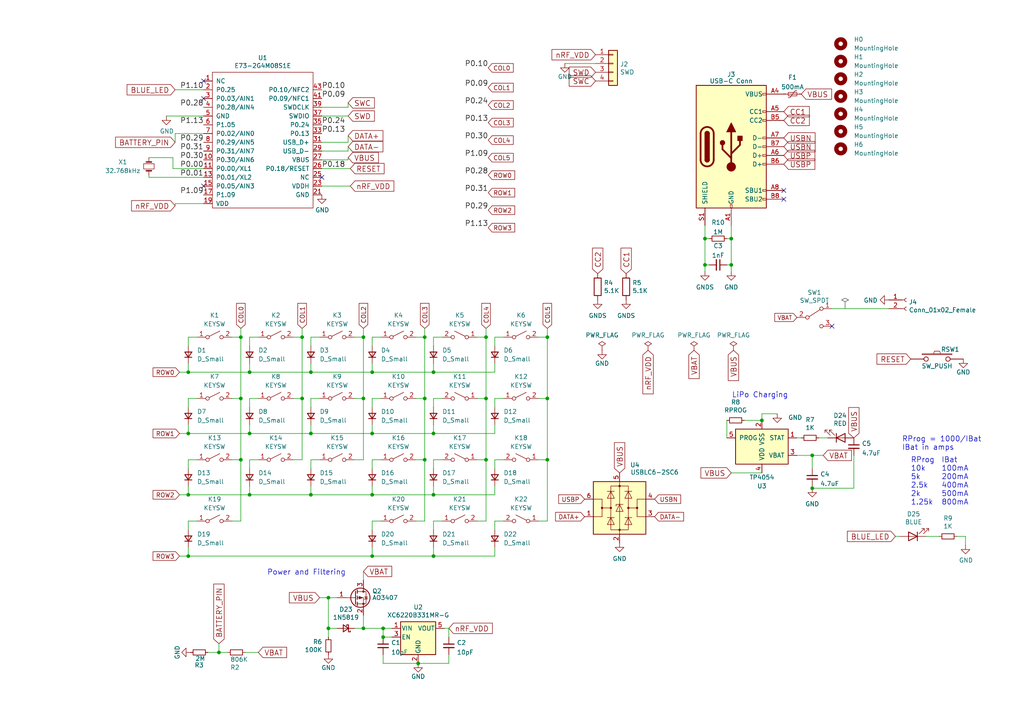
<source format=kicad_sch>
(kicad_sch (version 20230121) (generator eeschema)
  (paper "A4")
  (title_block (title "Skean") (date "2023-03-05") (rev "0.3"))
  (junction (at 235.585 141.605))
  (junction (at 95.25 173.355))
  (junction (at 107.95 107.95) (diameter 0.9144))
  (junction (at 235.585 132.08))
  (junction (at 69.85 97.79) (diameter 0.9144))
  (junction (at 111.125 184.785))
  (junction (at 105.41 182.245))
  (junction (at 54.61 107.95) (diameter 0.9144))
  (junction (at 121.285 192.405))
  (junction (at 72.39 125.73) (diameter 0.9144))
  (junction (at 125.73 143.51) (diameter 0.9144))
  (junction (at 54.61 125.73) (diameter 0.9144))
  (junction (at 204.47 69.215))
  (junction (at 212.09 69.215))
  (junction (at 105.41 115.57) (diameter 0.9144))
  (junction (at 69.85 133.35) (diameter 0.9144))
  (junction (at 123.19 97.79) (diameter 0.9144))
  (junction (at 69.85 115.57) (diameter 0.9144))
  (junction (at 72.39 143.51) (diameter 0.9144))
  (junction (at 125.73 107.95) (diameter 0.9144))
  (junction (at 87.63 115.57) (diameter 0.9144))
  (junction (at 107.95 143.51) (diameter 0.9144))
  (junction (at 212.09 76.835))
  (junction (at 158.75 97.79) (diameter 0.9144))
  (junction (at 140.97 115.57) (diameter 0.9144))
  (junction (at 54.61 143.51) (diameter 0.9144))
  (junction (at 125.73 125.73) (diameter 0.9144))
  (junction (at 158.75 115.57) (diameter 0.9144))
  (junction (at 87.63 97.79) (diameter 0.9144))
  (junction (at 123.19 115.57) (diameter 0.9144))
  (junction (at 90.17 143.51) (diameter 0.9144))
  (junction (at 105.41 97.79) (diameter 0.9144))
  (junction (at 204.47 76.835))
  (junction (at 95.25 182.245))
  (junction (at 90.17 107.95) (diameter 0.9144))
  (junction (at 123.19 133.35) (diameter 0.9144))
  (junction (at 140.97 97.79) (diameter 0.9144))
  (junction (at 111.125 182.245))
  (junction (at 107.95 125.73) (diameter 0.9144))
  (junction (at 140.97 133.35) (diameter 0.9144))
  (junction (at 220.98 121.92))
  (junction (at 72.39 107.95) (diameter 0.9144))
  (junction (at 107.95 161.29) (diameter 0.9144))
  (junction (at 54.61 161.29) (diameter 0.9144))
  (junction (at 63.5 189.23))
  (junction (at 90.17 125.73) (diameter 0.9144))
  (junction (at 158.75 133.35) (diameter 0.9144))
  (junction (at 125.73 161.29) (diameter 0.9144))
  (no_connect (at 227.33 55.245))
  (no_connect (at 59.055 53.975))
  (no_connect (at 59.055 28.575))
  (no_connect (at 227.33 57.785))
  (no_connect (at 241.3 94.615))
  (no_connect (at 59.055 23.495))
  (no_connect (at 93.345 51.435))
  (wire (pts (xy 143.51 133.35) (xy 143.51 135.89)))
  (wire (pts (xy 72.39 143.51) (xy 90.17 143.51)))
  (wire (pts (xy 158.75 115.57) (xy 158.75 133.35)))
  (wire (pts (xy 277.495 155.575) (xy 280.035 155.575)))
  (wire (pts (xy 210.82 69.215) (xy 212.09 69.215)))
  (wire (pts (xy 100.965 39.37) (xy 100.965 41.275)))
  (wire (pts (xy 125.73 133.35) (xy 125.73 135.89)))
  (wire (pts (xy 143.51 123.19) (xy 143.51 125.73)))
  (wire (pts (xy 74.93 97.79) (xy 72.39 97.79)))
  (wire (pts (xy 54.61 107.95) (xy 72.39 107.95)))
  (wire (pts (xy 102.87 115.57) (xy 105.41 115.57)))
  (wire (pts (xy 128.27 133.35) (xy 125.73 133.35)))
  (wire (pts (xy 63.5 186.69) (xy 63.5 189.23)))
  (wire (pts (xy 143.51 105.41) (xy 143.51 107.95)))
  (wire (pts (xy 72.39 105.41) (xy 72.39 107.95)))
  (wire (pts (xy 220.98 120.015) (xy 220.98 121.92)))
  (wire (pts (xy 225.425 120.015) (xy 220.98 120.015)))
  (wire (pts (xy 143.51 143.51) (xy 143.51 140.97)))
  (wire (pts (xy 87.63 97.79) (xy 87.63 115.57)))
  (wire (pts (xy 110.49 151.13) (xy 107.95 151.13)))
  (wire (pts (xy 158.75 133.35) (xy 158.75 151.13)))
  (wire (pts (xy 54.61 143.51) (xy 72.39 143.51)))
  (wire (pts (xy 210.82 76.835) (xy 212.09 76.835)))
  (wire (pts (xy 125.73 123.19) (xy 125.73 125.73)))
  (wire (pts (xy 232.41 127) (xy 231.14 127)))
  (wire (pts (xy 54.61 123.19) (xy 54.61 125.73)))
  (wire (pts (xy 54.61 125.73) (xy 72.39 125.73)))
  (wire (pts (xy 125.73 140.97) (xy 125.73 143.51)))
  (wire (pts (xy 125.73 105.41) (xy 125.73 107.95)))
  (wire (pts (xy 241.3 89.535) (xy 257.81 89.535)))
  (wire (pts (xy 87.63 95.25) (xy 87.63 97.79)))
  (wire (pts (xy 95.25 184.785) (xy 95.25 182.245)))
  (wire (pts (xy 52.07 107.95) (xy 54.61 107.95)))
  (wire (pts (xy 172.72 18.415) (xy 163.83 18.415)))
  (wire (pts (xy 105.41 182.245) (xy 111.125 182.245)))
  (wire (pts (xy 123.19 95.25) (xy 123.19 97.79)))
  (wire (pts (xy 143.51 115.57) (xy 143.51 118.11)))
  (wire (pts (xy 102.87 133.35) (xy 105.41 133.35)))
  (wire (pts (xy 158.75 97.79) (xy 158.75 115.57)))
  (wire (pts (xy 140.97 97.79) (xy 140.97 115.57)))
  (wire (pts (xy 120.65 115.57) (xy 123.19 115.57)))
  (wire (pts (xy 90.17 105.41) (xy 90.17 107.95)))
  (wire (pts (xy 128.27 115.57) (xy 125.73 115.57)))
  (wire (pts (xy 105.41 178.435) (xy 105.41 182.245)))
  (wire (pts (xy 138.43 97.79) (xy 140.97 97.79)))
  (wire (pts (xy 107.95 105.41) (xy 107.95 107.95)))
  (wire (pts (xy 158.75 95.25) (xy 158.75 97.79)))
  (wire (pts (xy 100.965 46.355) (xy 93.345 46.355)))
  (wire (pts (xy 107.95 123.19) (xy 107.95 125.73)))
  (wire (pts (xy 235.585 140.97) (xy 235.585 141.605)))
  (wire (pts (xy 123.19 133.35) (xy 123.19 151.13)))
  (wire (pts (xy 110.49 133.35) (xy 107.95 133.35)))
  (wire (pts (xy 140.97 133.35) (xy 140.97 151.13)))
  (wire (pts (xy 72.39 115.57) (xy 72.39 118.11)))
  (wire (pts (xy 156.21 151.13) (xy 158.75 151.13)))
  (wire (pts (xy 85.09 133.35) (xy 87.63 133.35)))
  (wire (pts (xy 128.905 182.245) (xy 130.175 182.245)))
  (wire (pts (xy 120.65 133.35) (xy 123.19 133.35)))
  (wire (pts (xy 107.95 158.75) (xy 107.95 161.29)))
  (wire (pts (xy 72.39 123.19) (xy 72.39 125.73)))
  (wire (pts (xy 50.8 59.055) (xy 59.055 59.055)))
  (wire (pts (xy 54.61 115.57) (xy 54.61 118.11)))
  (wire (pts (xy 67.31 151.13) (xy 69.85 151.13)))
  (wire (pts (xy 50.8 59.055) (xy 50.8 59.69)))
  (wire (pts (xy 92.71 133.35) (xy 90.17 133.35)))
  (wire (pts (xy 111.125 189.865) (xy 111.125 192.405)))
  (wire (pts (xy 130.175 189.865) (xy 130.175 192.405)))
  (wire (pts (xy 107.95 161.29) (xy 125.73 161.29)))
  (wire (pts (xy 204.47 65.405) (xy 204.47 69.215)))
  (wire (pts (xy 63.5 189.23) (xy 60.325 189.23)))
  (wire (pts (xy 93.345 48.895) (xy 101.6 48.895)))
  (wire (pts (xy 43.18 51.435) (xy 59.055 51.435)))
  (wire (pts (xy 215.9 121.92) (xy 220.98 121.92)))
  (wire (pts (xy 54.61 151.13) (xy 54.61 153.67)))
  (wire (pts (xy 111.125 192.405) (xy 121.285 192.405)))
  (wire (pts (xy 54.61 105.41) (xy 54.61 107.95)))
  (wire (pts (xy 143.51 158.75) (xy 143.51 161.29)))
  (wire (pts (xy 102.87 97.79) (xy 105.41 97.79)))
  (wire (pts (xy 212.09 65.405) (xy 212.09 69.215)))
  (wire (pts (xy 212.09 69.215) (xy 212.09 76.835)))
  (wire (pts (xy 212.09 76.835) (xy 212.09 78.74)))
  (wire (pts (xy 120.65 151.13) (xy 123.19 151.13)))
  (wire (pts (xy 54.61 140.97) (xy 54.61 143.51)))
  (wire (pts (xy 120.65 97.79) (xy 123.19 97.79)))
  (wire (pts (xy 69.85 97.79) (xy 69.85 115.57)))
  (wire (pts (xy 111.125 182.245) (xy 113.665 182.245)))
  (wire (pts (xy 107.95 125.73) (xy 125.73 125.73)))
  (wire (pts (xy 57.15 151.13) (xy 54.61 151.13)))
  (wire (pts (xy 146.05 115.57) (xy 143.51 115.57)))
  (wire (pts (xy 107.95 107.95) (xy 125.73 107.95)))
  (wire (pts (xy 67.31 133.35) (xy 69.85 133.35)))
  (wire (pts (xy 52.07 125.73) (xy 54.61 125.73)))
  (wire (pts (xy 107.95 115.57) (xy 107.95 118.11)))
  (wire (pts (xy 50.165 48.895) (xy 59.055 48.895)))
  (wire (pts (xy 110.49 115.57) (xy 107.95 115.57)))
  (wire (pts (xy 138.43 133.35) (xy 140.97 133.35)))
  (wire (pts (xy 74.93 189.23) (xy 71.12 189.23)))
  (wire (pts (xy 67.31 97.79) (xy 69.85 97.79)))
  (wire (pts (xy 125.73 125.73) (xy 143.51 125.73)))
  (wire (pts (xy 138.43 151.13) (xy 140.97 151.13)))
  (wire (pts (xy 100.965 29.845) (xy 100.965 31.115)))
  (wire (pts (xy 130.175 192.405) (xy 121.285 192.405)))
  (wire (pts (xy 105.41 95.25) (xy 105.41 97.79)))
  (wire (pts (xy 204.47 69.215) (xy 204.47 76.835)))
  (wire (pts (xy 204.47 76.835) (xy 204.47 78.74)))
  (wire (pts (xy 204.47 76.835) (xy 205.74 76.835)))
  (wire (pts (xy 125.73 115.57) (xy 125.73 118.11)))
  (wire (pts (xy 93.345 53.975) (xy 101.6 53.975)))
  (wire (pts (xy 43.18 51.435) (xy 43.18 50.8)))
  (wire (pts (xy 85.09 115.57) (xy 87.63 115.57)))
  (wire (pts (xy 90.17 133.35) (xy 90.17 135.89)))
  (wire (pts (xy 156.21 97.79) (xy 158.75 97.79)))
  (wire (pts (xy 146.05 151.13) (xy 143.51 151.13)))
  (wire (pts (xy 125.73 158.75) (xy 125.73 161.29)))
  (wire (pts (xy 52.07 161.29) (xy 54.61 161.29)))
  (wire (pts (xy 54.61 161.29) (xy 107.95 161.29)))
  (wire (pts (xy 125.73 161.29) (xy 143.51 161.29)))
  (wire (pts (xy 247.65 132.08) (xy 247.65 141.605)))
  (wire (pts (xy 247.65 141.605) (xy 235.585 141.605)))
  (wire (pts (xy 90.17 140.97) (xy 90.17 143.51)))
  (wire (pts (xy 72.39 97.79) (xy 72.39 100.33)))
  (wire (pts (xy 110.49 97.79) (xy 107.95 97.79)))
  (wire (pts (xy 100.965 45.72) (xy 100.965 46.355)))
  (wire (pts (xy 57.15 133.35) (xy 54.61 133.35)))
  (wire (pts (xy 90.17 115.57) (xy 90.17 118.11)))
  (wire (pts (xy 125.73 143.51) (xy 143.51 143.51)))
  (wire (pts (xy 90.17 107.95) (xy 107.95 107.95)))
  (wire (pts (xy 240.03 127) (xy 237.49 127)))
  (wire (pts (xy 143.51 97.79) (xy 143.51 100.33)))
  (wire (pts (xy 72.39 107.95) (xy 90.17 107.95)))
  (wire (pts (xy 50.165 45.72) (xy 43.18 45.72)))
  (wire (pts (xy 50.165 48.895) (xy 50.165 45.72)))
  (wire (pts (xy 156.21 133.35) (xy 158.75 133.35)))
  (wire (pts (xy 72.39 133.35) (xy 72.39 135.89)))
  (wire (pts (xy 140.97 115.57) (xy 140.97 133.35)))
  (wire (pts (xy 280.035 158.115) (xy 280.035 155.575)))
  (wire (pts (xy 67.31 115.57) (xy 69.85 115.57)))
  (wire (pts (xy 95.25 173.355) (xy 97.79 173.355)))
  (wire (pts (xy 231.14 132.08) (xy 235.585 132.08)))
  (wire (pts (xy 235.585 132.08) (xy 238.76 132.08)))
  (wire (pts (xy 50.8 38.735) (xy 50.8 41.275)))
  (wire (pts (xy 235.585 132.08) (xy 235.585 135.89)))
  (wire (pts (xy 85.09 97.79) (xy 87.63 97.79)))
  (wire (pts (xy 128.27 151.13) (xy 125.73 151.13)))
  (wire (pts (xy 54.61 158.75) (xy 54.61 161.29)))
  (wire (pts (xy 107.95 140.97) (xy 107.95 143.51)))
  (wire (pts (xy 54.61 97.79) (xy 54.61 100.33)))
  (wire (pts (xy 156.21 115.57) (xy 158.75 115.57)))
  (wire (pts (xy 123.19 97.79) (xy 123.19 115.57)))
  (wire (pts (xy 95.25 182.245) (xy 97.79 182.245)))
  (wire (pts (xy 259.715 155.575) (xy 260.985 155.575)))
  (wire (pts (xy 92.71 115.57) (xy 90.17 115.57)))
  (wire (pts (xy 113.665 184.785) (xy 111.125 184.785)))
  (wire (pts (xy 52.07 143.51) (xy 54.61 143.51)))
  (wire (pts (xy 146.05 133.35) (xy 143.51 133.35)))
  (wire (pts (xy 140.97 95.25) (xy 140.97 97.79)))
  (wire (pts (xy 90.17 125.73) (xy 107.95 125.73)))
  (wire (pts (xy 125.73 151.13) (xy 125.73 153.67)))
  (wire (pts (xy 50.8 26.035) (xy 59.055 26.035)))
  (wire (pts (xy 123.19 115.57) (xy 123.19 133.35)))
  (wire (pts (xy 72.39 125.73) (xy 90.17 125.73)))
  (wire (pts (xy 100.965 42.545) (xy 100.965 43.815)))
  (wire (pts (xy 100.965 31.115) (xy 93.345 31.115)))
  (wire (pts (xy 57.15 115.57) (xy 54.61 115.57)))
  (wire (pts (xy 66.04 189.23) (xy 63.5 189.23)))
  (wire (pts (xy 72.39 140.97) (xy 72.39 143.51)))
  (wire (pts (xy 107.95 151.13) (xy 107.95 153.67)))
  (wire (pts (xy 100.965 41.275) (xy 93.345 41.275)))
  (wire (pts (xy 57.15 97.79) (xy 54.61 97.79)))
  (wire (pts (xy 204.47 69.215) (xy 205.74 69.215)))
  (wire (pts (xy 138.43 115.57) (xy 140.97 115.57)))
  (wire (pts (xy 100.965 43.815) (xy 93.345 43.815)))
  (wire (pts (xy 69.85 95.25) (xy 69.85 97.79)))
  (wire (pts (xy 50.8 38.735) (xy 59.055 38.735)))
  (wire (pts (xy 48.26 33.655) (xy 59.055 33.655)))
  (wire (pts (xy 100.965 33.655) (xy 93.345 33.655)))
  (wire (pts (xy 74.93 115.57) (xy 72.39 115.57)))
  (wire (pts (xy 125.73 97.79) (xy 125.73 100.33)))
  (wire (pts (xy 146.05 97.79) (xy 143.51 97.79)))
  (wire (pts (xy 92.71 173.355) (xy 95.25 173.355)))
  (wire (pts (xy 107.95 97.79) (xy 107.95 100.33)))
  (wire (pts (xy 210.82 121.92) (xy 210.82 127)))
  (wire (pts (xy 92.71 97.79) (xy 90.17 97.79)))
  (wire (pts (xy 90.17 97.79) (xy 90.17 100.33)))
  (wire (pts (xy 95.25 182.245) (xy 95.25 173.355)))
  (wire (pts (xy 107.95 133.35) (xy 107.95 135.89)))
  (wire (pts (xy 105.41 115.57) (xy 105.41 133.35)))
  (wire (pts (xy 87.63 115.57) (xy 87.63 133.35)))
  (wire (pts (xy 107.95 143.51) (xy 125.73 143.51)))
  (wire (pts (xy 69.85 115.57) (xy 69.85 133.35)))
  (wire (pts (xy 54.61 133.35) (xy 54.61 135.89)))
  (wire (pts (xy 69.85 133.35) (xy 69.85 151.13)))
  (wire (pts (xy 130.175 182.245) (xy 130.175 184.785)))
  (wire (pts (xy 105.41 165.735) (xy 105.41 168.275)))
  (wire (pts (xy 102.87 182.245) (xy 105.41 182.245)))
  (wire (pts (xy 212.09 137.16) (xy 220.98 137.16)))
  (wire (pts (xy 143.51 151.13) (xy 143.51 153.67)))
  (wire (pts (xy 111.125 184.785) (xy 111.125 182.245)))
  (wire (pts (xy 128.27 97.79) (xy 125.73 97.79)))
  (wire (pts (xy 90.17 143.51) (xy 107.95 143.51)))
  (wire (pts (xy 105.41 97.79) (xy 105.41 115.57)))
  (wire (pts (xy 74.93 133.35) (xy 72.39 133.35)))
  (wire (pts (xy 268.605 155.575) (xy 272.415 155.575)))
  (wire (pts (xy 90.17 123.19) (xy 90.17 125.73)))
  (wire (pts (xy 125.73 107.95) (xy 143.51 107.95)))
  (text "LiPo Charging\n" (at 228.6 115.57 0) (effects (font (size 1.524 1.524)) (justify right bottom)))
  (text "RProg = 1000/IBat\nIBat in amps" (at 261.62 130.81 0) (effects (font (size 1.524 1.524)) (justify left bottom)))
  (text "IBat\n100mA\n200mA\n400mA\n500mA\n800mA" (at 273.05 146.685 0) (effects (font (size 1.524 1.524)) (justify left bottom)))
  (text "Power and Filtering" (at 77.47 167.005 0) (effects (font (size 1.524 1.524)) (justify left bottom)))
  (text "RProg\n10k\n5k\n2.5k\n2k\n1.25k" (at 264.16 146.685 0) (effects (font (size 1.524 1.524)) (justify left bottom)))
  (label "P0.09" (at 141.605 25.4 180) (effects (font (size 1.524 1.524))))
  (label "P0.29" (at 141.605 60.96 180) (effects (font (size 1.524 1.524))))
  (label "P0.31" (at 59.055 43.815 180) (effects (font (size 1.524 1.524))))
  (label "P0.29" (at 59.055 41.275 180) (effects (font (size 1.524 1.524))))
  (label "P0.30" (at 141.605 40.64 180) (effects (font (size 1.524 1.524))))
  (label "P0.28" (at 59.055 31.115 180) (effects (font (size 1.524 1.524))))
  (label "P0.18" (at 93.345 48.895 0) (effects (font (size 1.524 1.524))))
  (label "P1.13" (at 141.605 66.04 180) (effects (font (size 1.524 1.524))))
  (label "P0.01" (at 59.055 51.435 180) (effects (font (size 1.524 1.524))))
  (label "P1.10" (at 59.055 26.035 180) (effects (font (size 1.524 1.524))))
  (label "P0.28" (at 141.605 50.8 180) (effects (font (size 1.524 1.524))))
  (label "P0.10" (at 93.345 26.035 0) (effects (font (size 1.524 1.524))))
  (label "P0.00" (at 59.055 48.895 180) (effects (font (size 1.524 1.524))))
  (label "P0.09" (at 93.345 28.575 0) (effects (font (size 1.524 1.524))))
  (label "P0.31" (at 141.605 55.88 180) (effects (font (size 1.524 1.524))))
  (label "P1.13" (at 59.055 36.195 180) (effects (font (size 1.524 1.524))))
  (label "P0.13" (at 93.345 38.735 0) (effects (font (size 1.524 1.524))))
  (label "P0.24" (at 93.345 36.195 0) (effects (font (size 1.524 1.524))))
  (label "P0.13" (at 141.605 35.56 180) (effects (font (size 1.524 1.524))))
  (label "P0.30" (at 59.055 46.355 180) (effects (font (size 1.524 1.524))))
  (label "P0.24" (at 141.605 30.48 180) (effects (font (size 1.524 1.524))))
  (label "P1.09" (at 59.055 56.515 180) (effects (font (size 1.524 1.524))))
  (label "P0.10" (at 141.605 19.685 180) (effects (font (size 1.524 1.524))))
  (label "P1.09" (at 141.605 45.72 180) (effects (font (size 1.524 1.524))))
  (global_label "VBUS" (shape input) (at 179.705 137.16 90) (effects (font (size 1.524 1.524))) (property "Intersheetrefs" "${INTERSHEET_REFS}" (effects hide)))
  (global_label "BLUE_LED" (shape input) (at 50.8 26.035 180) (effects (font (size 1.524 1.524))) (property "Intersheetrefs" "${INTERSHEET_REFS}" (effects hide)))
  (global_label "VBUS" (shape input) (at 100.965 45.72 0) (effects (font (size 1.524 1.524))) (property "Intersheetrefs" "${INTERSHEET_REFS}" (effects hide)))
  (global_label "ROW2" (shape input) (at 52.07 143.51 180) (property "Intersheetrefs" "${INTERSHEET_REFS}" (effects hide)))
  (global_label "CC1" (shape input) (at 227.33 32.385 0) (effects (font (size 1.524 1.524))) (property "Intersheetrefs" "${INTERSHEET_REFS}" (effects hide)))
  (global_label "USBN" (shape input) (at 189.865 144.78 0) (property "Intersheetrefs" "${INTERSHEET_REFS}" (effects hide)))
  (global_label "COL1" (shape input) (at 87.63 95.25 90) (property "Intersheetrefs" "${INTERSHEET_REFS}" (effects hide)))
  (global_label "VBAT" (shape input) (at 238.76 132.08 0) (effects (font (size 1.524 1.524))) (property "Intersheetrefs" "${INTERSHEET_REFS}" (effects hide)))
  (global_label "ROW1" (shape input) (at 52.07 125.73 180) (property "Intersheetrefs" "${INTERSHEET_REFS}" (effects hide)))
  (global_label "VBAT" (shape input) (at 74.93 189.23 0) (effects (font (size 1.524 1.524))) (property "Intersheetrefs" "${INTERSHEET_REFS}" (effects hide)))
  (global_label "nRF_VDD" (shape input) (at 187.96 101.6 270) (effects (font (size 1.524 1.524))) (property "Intersheetrefs" "${INTERSHEET_REFS}" (effects hide)))
  (global_label "BATTERY_PIN" (shape input) (at 50.8 41.275 180) (effects (font (size 1.524 1.524))) (property "Intersheetrefs" "${INTERSHEET_REFS}" (effects hide)))
  (global_label "BLUE_LED" (shape input) (at 259.715 155.575 180) (effects (font (size 1.524 1.524))) (property "Intersheetrefs" "${INTERSHEET_REFS}" (effects hide)))
  (global_label "CC2" (shape input) (at 173.355 79.375 90) (effects (font (size 1.524 1.524))) (property "Intersheetrefs" "${INTERSHEET_REFS}" (effects hide)))
  (global_label "VBUS" (shape input) (at 247.65 127 90) (effects (font (size 1.524 1.524))) (property "Intersheetrefs" "${INTERSHEET_REFS}" (effects hide)))
  (global_label "COL2" (shape input) (at 141.605 30.48 0) (property "Intersheetrefs" "${INTERSHEET_REFS}" (effects hide)))
  (global_label "RESET" (shape input) (at 264.16 104.14 180) (effects (font (size 1.524 1.524))) (property "Intersheetrefs" "${INTERSHEET_REFS}" (effects hide)))
  (global_label "VBAT" (shape input) (at 231.14 92.075 180) (effects (font (size 1.1938 1.1938))) (property "Intersheetrefs" "${INTERSHEET_REFS}" (effects hide)))
  (global_label "nRF_VDD" (shape input) (at 172.72 15.875 180) (effects (font (size 1.524 1.524))) (property "Intersheetrefs" "${INTERSHEET_REFS}" (effects hide)))
  (global_label "SWD" (shape input) (at 172.72 20.955 180) (effects (font (size 1.524 1.524))) (property "Intersheetrefs" "${INTERSHEET_REFS}" (effects hide)))
  (global_label "ROW2" (shape input) (at 141.605 60.96 0) (property "Intersheetrefs" "${INTERSHEET_REFS}" (effects hide)))
  (global_label "ROW0" (shape input) (at 141.605 50.8 0) (property "Intersheetrefs" "${INTERSHEET_REFS}" (effects hide)))
  (global_label "ROW1" (shape input) (at 141.605 55.88 0) (property "Intersheetrefs" "${INTERSHEET_REFS}" (effects hide)))
  (global_label "SWC" (shape input) (at 172.72 23.495 180) (effects (font (size 1.524 1.524))) (property "Intersheetrefs" "${INTERSHEET_REFS}" (effects hide)))
  (global_label "COL5" (shape input) (at 158.75 95.25 90) (property "Intersheetrefs" "${INTERSHEET_REFS}" (effects hide)))
  (global_label "BATTERY_PIN" (shape input) (at 63.5 186.69 90) (effects (font (size 1.524 1.524))) (property "Intersheetrefs" "${INTERSHEET_REFS}" (effects hide)))
  (global_label "USBP" (shape input) (at 169.545 144.78 180) (property "Intersheetrefs" "${INTERSHEET_REFS}" (effects hide)))
  (global_label "CC1" (shape input) (at 181.61 79.375 90) (effects (font (size 1.524 1.524))) (property "Intersheetrefs" "${INTERSHEET_REFS}" (effects hide)))
  (global_label "CC2" (shape input) (at 227.33 34.925 0) (effects (font (size 1.524 1.524))) (property "Intersheetrefs" "${INTERSHEET_REFS}" (effects hide)))
  (global_label "VBUS" (shape input) (at 92.71 173.355 180) (effects (font (size 1.524 1.524))) (property "Intersheetrefs" "${INTERSHEET_REFS}" (effects hide)))
  (global_label "COL4" (shape input) (at 141.605 40.64 0) (property "Intersheetrefs" "${INTERSHEET_REFS}" (effects hide)))
  (global_label "VBUS" (shape input) (at 212.725 101.6 270) (effects (font (size 1.524 1.524))) (property "Intersheetrefs" "${INTERSHEET_REFS}" (effects hide)))
  (global_label "ROW3" (shape input) (at 52.07 161.29 180) (property "Intersheetrefs" "${INTERSHEET_REFS}" (effects hide)))
  (global_label "VBAT" (shape input) (at 105.41 165.735 0) (effects (font (size 1.524 1.524))) (property "Intersheetrefs" "${INTERSHEET_REFS}" (effects hide)))
  (global_label "DATA-" (shape input) (at 189.865 149.86 0) (property "Intersheetrefs" "${INTERSHEET_REFS}" (effects hide)))
  (global_label "USBP" (shape input) (at 227.33 45.085 0) (effects (font (size 1.524 1.524))) (property "Intersheetrefs" "${INTERSHEET_REFS}" (effects hide)))
  (global_label "DATA+" (shape input) (at 100.965 39.37 0) (effects (font (size 1.524 1.524))) (property "Intersheetrefs" "${INTERSHEET_REFS}" (effects hide)))
  (global_label "VBAT" (shape input) (at 201.295 101.6 270) (effects (font (size 1.524 1.524))) (property "Intersheetrefs" "${INTERSHEET_REFS}" (effects hide)))
  (global_label "COL2" (shape input) (at 105.41 95.25 90) (property "Intersheetrefs" "${INTERSHEET_REFS}" (effects hide)))
  (global_label "ROW0" (shape input) (at 52.07 107.95 180) (property "Intersheetrefs" "${INTERSHEET_REFS}" (effects hide)))
  (global_label "USBN" (shape input) (at 227.33 40.005 0) (effects (font (size 1.524 1.524))) (property "Intersheetrefs" "${INTERSHEET_REFS}" (effects hide)))
  (global_label "DATA+" (shape input) (at 169.545 149.86 180) (property "Intersheetrefs" "${INTERSHEET_REFS}" (effects hide)))
  (global_label "SWC" (shape input) (at 100.965 29.845 0) (effects (font (size 1.524 1.524))) (property "Intersheetrefs" "${INTERSHEET_REFS}" (effects hide)))
  (global_label "RESET" (shape input) (at 101.6 48.895 0) (effects (font (size 1.524 1.524))) (property "Intersheetrefs" "${INTERSHEET_REFS}" (effects hide)))
  (global_label "COL1" (shape input) (at 141.605 25.4 0) (property "Intersheetrefs" "${INTERSHEET_REFS}" (effects hide)))
  (global_label "COL3" (shape input) (at 123.19 95.25 90) (property "Intersheetrefs" "${INTERSHEET_REFS}" (effects hide)))
  (global_label "nRF_VDD" (shape input) (at 101.6 53.975 0) (effects (font (size 1.524 1.524))) (property "Intersheetrefs" "${INTERSHEET_REFS}" (effects hide)))
  (global_label "COL3" (shape input) (at 141.605 35.56 0) (property "Intersheetrefs" "${INTERSHEET_REFS}" (effects hide)))
  (global_label "VBUS" (shape input) (at 232.41 27.305 0) (effects (font (size 1.524 1.524))) (property "Intersheetrefs" "${INTERSHEET_REFS}" (effects hide)))
  (global_label "USBN" (shape input) (at 227.33 42.545 0) (effects (font (size 1.524 1.524))) (property "Intersheetrefs" "${INTERSHEET_REFS}" (effects hide)))
  (global_label "ROW3" (shape input) (at 141.605 66.04 0) (property "Intersheetrefs" "${INTERSHEET_REFS}" (effects hide)))
  (global_label "USBP" (shape input) (at 227.33 47.625 0) (effects (font (size 1.524 1.524))) (property "Intersheetrefs" "${INTERSHEET_REFS}" (effects hide)))
  (global_label "SWD" (shape input) (at 100.965 33.655 0) (effects (font (size 1.524 1.524))) (property "Intersheetrefs" "${INTERSHEET_REFS}" (effects hide)))
  (global_label "COL4" (shape input) (at 140.97 95.25 90) (property "Intersheetrefs" "${INTERSHEET_REFS}" (effects hide)))
  (global_label "nRF_VDD" (shape input) (at 130.175 182.245 0) (effects (font (size 1.524 1.524))) (property "Intersheetrefs" "${INTERSHEET_REFS}" (effects hide)))
  (global_label "COL5" (shape input) (at 141.605 45.72 0) (property "Intersheetrefs" "${INTERSHEET_REFS}" (effects hide)))
  (global_label "nRF_VDD" (shape input) (at 50.8 59.69 180) (effects (font (size 1.524 1.524))) (property "Intersheetrefs" "${INTERSHEET_REFS}" (effects hide)))
  (global_label "DATA-" (shape input) (at 100.965 42.545 0) (effects (font (size 1.524 1.524))) (property "Intersheetrefs" "${INTERSHEET_REFS}" (effects hide)))
  (global_label "VBUS" (shape input) (at 212.09 137.16 180) (effects (font (size 1.524 1.524))) (property "Intersheetrefs" "${INTERSHEET_REFS}" (effects hide)))
  (global_label "COL0" (shape input) (at 141.605 19.685 0) (property "Intersheetrefs" "${INTERSHEET_REFS}" (effects hide)))
  (global_label "COL0" (shape input) (at 69.85 95.25 90) (property "Intersheetrefs" "${INTERSHEET_REFS}" (effects hide)))
  (netclass_flag "" (length 2.54) (shape diamond) (at 245.11 89.535 0) (property "Netclass" "PWR" (effects hide)))
  (symbol (lib_id "Switch:SW_SPDT") (at 236.22 92.075 0) (unit 1)
    (property "Reference" "SW1" (at 236.22 84.836 0))
    (property "Value" "SW_SPDT" (at 236.22 87.1474 0))
    (property "Footprint" "kbd:SW_SPDT+H-MSK12C01_hor(7pin_SMD)_REV" (effects hide))
  )
  (symbol (lib_id "Device:R_Small") (at 68.58 189.23 270) (unit 1)
    (property "Reference" "R2" (at 66.802 193.5734 90) (effects (justify left)))
    (property "Value" "806K" (at 66.802 191.262 90) (effects (justify left)))
    (property "Footprint" "kbd:R_0603_1608Metric_REV" (effects hide))
  )
  (symbol (lib_id "Device:R") (at 181.61 83.185 0) (unit 1)
    (property "Reference" "R5" (at 183.388 82.0166 0) (effects (justify left)))
    (property "Value" "5.1K" (at 183.388 84.328 0) (effects (justify left)))
    (property "Footprint" "kbd:R_0603_1608Metric_REV" (effects hide))
  )
  (symbol (lib_id "Device:R") (at 173.355 83.185 0) (unit 1)
    (property "Reference" "R4" (at 175.133 82.0166 0) (effects (justify left)))
    (property "Value" "5.1K" (at 175.133 84.328 0) (effects (justify left)))
    (property "Footprint" "kbd:R_0603_1608Metric_REV" (effects hide))
  )
  (symbol (lib_id "Keyboard_Components:KEYSW") (at 62.23 151.13 0) (unit 1)
    (property "Reference" "K19" (at 62.23 144.78 0))
    (property "Value" "KEYSW" (at 62.23 147.32 0))
    (property "Footprint" "kbd:MX-Alps-Omron-SKCC-Hitek-Futaba-MA-1U-REV" (effects hide))
  )
  (symbol (lib_id "Keyboard_Components:KEYSW") (at 115.57 97.79 0) (unit 1)
    (property "Reference" "K4" (at 115.57 91.44 0))
    (property "Value" "KEYSW" (at 115.57 93.98 0))
    (property "Footprint" "kbd:MX-Alps-Omron-SKCC-Hitek-Futaba-MA-1U-REV" (effects hide))
  )
  (symbol (lib_id "power:PWR_FLAG") (at 174.625 101.6 0) (unit 1)
    (property "Reference" "#FLG01" (effects hide))
    (property "Value" "PWR_FLAG" (at 174.625 97.2058 0))
  )
  (symbol (lib_id "Device:D_Small") (at 72.39 120.65 90) (unit 1)
    (property "Reference" "D8" (at 74.93 119.38 90) (effects (justify right)))
    (property "Value" "D_Small" (at 74.93 121.92 90) (effects (justify right)))
    (property "Footprint" "kbd:D3_SMD" (effects hide))
  )
  (symbol (lib_id "Regulator_Linear:AP2112K-3.3") (at 121.285 184.785 0) (unit 1)
    (property "Reference" "U2" (at 121.285 176.0982 0))
    (property "Value" "XC6220B331MR-G" (at 121.285 178.4096 0))
    (property "Footprint" "kbd:SOT-23-5_HandSoldering_REV" (effects hide))
    (property "Datasheet" "https://www.diodes.com/assets/Datasheets/AP2112.pdf" (effects hide))
  )
  (symbol (lib_id "Mechanical:MountingHole") (at 243.84 12.7 0) (unit 1)
    (property "Reference" "H0" (at 247.65 11.43 0) (effects (justify left)))
    (property "Value" "MountingHole" (at 247.65 13.97 0) (effects (justify left)))
    (property "Footprint" "kbd:M2-MountingHole-Standoff" (effects hide))
  )
  (symbol (lib_id "Device:R_Small") (at 213.36 121.92 90) (mirror x) (unit 1)
    (property "Reference" "R8" (at 213.36 116.6622 90))
    (property "Value" "RPROG" (at 213.36 118.9736 90))
    (property "Footprint" "kbd:R_0603_1608Metric_REV" (effects hide))
  )
  (symbol (lib_id "power:GNDS") (at 173.355 86.995 0) (unit 1)
    (property "Reference" "#PWR08" (effects hide))
    (property "Value" "GNDS" (at 173.355 91.5576 0))
  )
  (symbol (lib_id "Device:C_Small") (at 235.585 138.43 0) (unit 1)
    (property "Reference" "C4" (at 237.9092 137.5215 0) (effects (justify left)))
    (property "Value" "4.7uF" (at 237.9092 140.2966 0) (effects (justify left)))
    (property "Footprint" "kbd:C_0603_1608Metric_REV" (effects hide))
    (property "LCSC" "C19666" (effects hide))
  )
  (symbol (lib_id "Power_Protection:USBLC6-2SC6") (at 179.705 147.32 0) (unit 1)
    (property "Reference" "U4" (at 184.15 134.8444 0))
    (property "Value" "USBLC6-2SC6" (at 189.865 136.9845 0))
    (property "Footprint" "kbd:SOT-23-6_Handsoldering_REV" (effects hide))
    (property "Datasheet" "https://www.st.com/resource/en/datasheet/usblc6-2.pdf" (effects hide))
    (property "LCSC" "C558442" (effects hide))
  )
  (symbol (lib_id "Device:C_Small") (at 130.175 187.325 0) (unit 1)
    (property "Reference" "C2" (at 132.4992 186.4165 0) (effects (justify left)))
    (property "Value" "10pF" (at 132.4992 189.1916 0) (effects (justify left)))
    (property "Footprint" "kbd:C_0603_1608Metric_REV" (effects hide))
    (property "LCSC" "C1634" (effects hide))
  )
  (symbol (lib_id "Connector_Generic:Conn_01x04") (at 177.8 18.415 0) (unit 1)
    (property "Reference" "J2" (at 179.832 18.6182 0) (effects (justify left)))
    (property "Value" "SWD" (at 179.832 20.9296 0) (effects (justify left)))
    (property "Footprint" "kbd:connector_swd_REV" (effects hide))
  )
  (symbol (lib_id "Keyboard_Components:KEYSW") (at 80.01 115.57 0) (unit 1)
    (property "Reference" "K8" (at 80.01 109.22 0))
    (property "Value" "KEYSW" (at 80.01 111.76 0))
    (property "Footprint" "kbd:MX-Alps-Omron-SKCC-Hitek-Futaba-MA-1U-REV" (effects hide))
  )
  (symbol (lib_id "Mechanical:MountingHole") (at 243.84 38.1 0) (unit 1)
    (property "Reference" "H5" (at 247.65 36.83 0) (effects (justify left)))
    (property "Value" "MountingHole" (at 247.65 39.37 0) (effects (justify left)))
    (property "Footprint" "kbd:M2-MountingHole-Standoff" (effects hide))
  )
  (symbol (lib_id "Device:D_Small") (at 125.73 120.65 90) (unit 1)
    (property "Reference" "D11" (at 128.27 119.38 90) (effects (justify right)))
    (property "Value" "D_Small" (at 128.27 121.92 90) (effects (justify right)))
    (property "Footprint" "kbd:D3_SMD" (effects hide))
  )
  (symbol (lib_id "power:GND") (at 280.035 158.115 0) (unit 1)
    (property "Reference" "#PWR018" (effects hide))
    (property "Value" "GND" (at 280.162 162.5092 0))
  )
  (symbol (lib_id "Keyboard_Components:KEYSW") (at 151.13 115.57 0) (unit 1)
    (property "Reference" "K12" (at 151.13 109.22 0))
    (property "Value" "KEYSW" (at 151.13 111.76 0))
    (property "Footprint" "kbd:MX-Alps-Omron-SKCC-Hitek-Futaba-MA-1U-REV" (effects hide))
  )
  (symbol (lib_id "power:GND") (at 257.81 86.995 270) (unit 1)
    (property "Reference" "#PWR01" (effects hide))
    (property "Value" "GND" (at 254.5588 87.122 90) (effects (justify right)))
  )
  (symbol (lib_id "Mechanical:MountingHole") (at 243.84 27.94 0) (unit 1)
    (property "Reference" "H3" (at 247.65 26.67 0) (effects (justify left)))
    (property "Value" "MountingHole" (at 247.65 29.21 0) (effects (justify left)))
    (property "Footprint" "kbd:M2-MountingHole-Standoff" (effects hide))
  )
  (symbol (lib_id "power:GND") (at 163.83 18.415 0) (mirror y) (unit 1)
    (property "Reference" "#PWR06" (effects hide))
    (property "Value" "GND" (at 163.83 22.225 0))
  )
  (symbol (lib_id "power:PWR_FLAG") (at 201.295 101.6 0) (unit 1)
    (property "Reference" "#FLG03" (effects hide))
    (property "Value" "PWR_FLAG" (at 201.295 97.2058 0))
  )
  (symbol (lib_id "Device:Q_PMOS_GSD") (at 102.87 173.355 0) (unit 1)
    (property "Reference" "Q2" (at 107.95 171.45 0) (effects (justify left)))
    (property "Value" "AO3407" (at 107.95 173.355 0) (effects (justify left)))
    (property "Footprint" "kbd:SOT-23_Handsoldering_REV" (effects hide))
  )
  (symbol (lib_id "Mechanical:MountingHole") (at 243.84 17.78 0) (unit 1)
    (property "Reference" "H1" (at 247.65 16.51 0) (effects (justify left)))
    (property "Value" "MountingHole" (at 247.65 19.05 0) (effects (justify left)))
    (property "Footprint" "kbd:M2-MountingHole-Standoff" (effects hide))
  )
  (symbol (lib_id "Connector:USB_C_Receptacle_USB2.0") (at 212.09 42.545 0) (unit 1)
    (property "Reference" "J3" (at 212.09 21.59 0))
    (property "Value" "USB-C Conn" (at 212.09 23.495 0))
    (property "Footprint" "kbd:USB-C_C168688_REV_V2" (effects hide))
    (property "Datasheet" "https://www.usb.org/sites/default/files/documents/usb_type-c.zip" (effects hide))
  )
  (symbol (lib_id "Device:D_Small") (at 72.39 102.87 90) (unit 1)
    (property "Reference" "D2" (at 74.93 101.6 90) (effects (justify right)))
    (property "Value" "D_Small" (at 74.93 104.14 90) (effects (justify right)))
    (property "Footprint" "kbd:D3_SMD" (effects hide))
  )
  (symbol (lib_id "power:GND") (at 225.425 120.015 0) (unit 1)
    (property "Reference" "#PWR016" (effects hide))
    (property "Value" "GND" (at 228.6 121.0944 0) (effects (justify left)))
  )
  (symbol (lib_id "Device:C_Small") (at 111.125 187.325 0) (unit 1)
    (property "Reference" "C1" (at 113.4492 186.4165 0) (effects (justify left)))
    (property "Value" "10pF" (at 113.4492 189.1916 0) (effects (justify left)))
    (property "Footprint" "kbd:C_0603_1608Metric_REV" (effects hide))
    (property "LCSC" "C1634" (effects hide))
  )
  (symbol (lib_id "Device:D_Small") (at 90.17 138.43 90) (unit 1)
    (property "Reference" "D15" (at 92.71 137.16 90) (effects (justify right)))
    (property "Value" "D_Small" (at 92.71 139.7 90) (effects (justify right)))
    (property "Footprint" "kbd:D3_SMD" (effects hide))
  )
  (symbol (lib_id "power:GND") (at 235.585 141.605 0) (unit 1)
    (property "Reference" "#PWR017" (effects hide))
    (property "Value" "GND" (at 235.585 146.1676 0))
  )
  (symbol (lib_id "Device:D_Small") (at 143.51 120.65 90) (unit 1)
    (property "Reference" "D12" (at 146.05 119.38 90) (effects (justify right)))
    (property "Value" "D_Small" (at 146.05 121.92 90) (effects (justify right)))
    (property "Footprint" "kbd:D3_SMD" (effects hide))
  )
  (symbol (lib_id "power:GND") (at 95.25 189.865 0) (unit 1)
    (property "Reference" "#PWR013" (effects hide))
    (property "Value" "GND" (at 95.25 193.675 0))
  )
  (symbol (lib_id "Keyboard_Components:KEYSW") (at 115.57 151.13 0) (unit 1)
    (property "Reference" "K20" (at 115.57 144.78 0))
    (property "Value" "KEYSW" (at 115.57 147.32 0))
    (property "Footprint" "kbd:MX-Alps-Omron-SKCC-Hitek-Futaba-MA-1U-REV" (effects hide))
  )
  (symbol (lib_id "Mechanical:MountingHole") (at 243.84 22.86 0) (unit 1)
    (property "Reference" "H2" (at 247.65 21.59 0) (effects (justify left)))
    (property "Value" "MountingHole" (at 247.65 24.13 0) (effects (justify left)))
    (property "Footprint" "kbd:M2-MountingHole-Standoff" (effects hide))
  )
  (symbol (lib_id "Mechanical:MountingHole") (at 243.84 43.18 0) (unit 1)
    (property "Reference" "H6" (at 247.65 41.91 0) (effects (justify left)))
    (property "Value" "MountingHole" (at 247.65 44.45 0) (effects (justify left)))
    (property "Footprint" "kbd:M2-MountingHole-Standoff" (effects hide))
  )
  (symbol (lib_id "power:GND") (at 179.705 157.48 0) (unit 1)
    (property "Reference" "#PWR09" (effects hide))
    (property "Value" "GND" (at 179.705 162.0426 0))
  )
  (symbol (lib_id "Device:D_Small") (at 125.73 138.43 90) (unit 1)
    (property "Reference" "D17" (at 128.27 137.16 90) (effects (justify right)))
    (property "Value" "D_Small" (at 128.27 139.7 90) (effects (justify right)))
    (property "Footprint" "kbd:D3_SMD" (effects hide))
  )
  (symbol (lib_id "Device:D_Small") (at 125.73 156.21 90) (unit 1)
    (property "Reference" "D21" (at 128.27 154.94 90) (effects (justify right)))
    (property "Value" "D_Small" (at 128.27 157.48 90) (effects (justify right)))
    (property "Footprint" "kbd:D3_SMD" (effects hide))
  )
  (symbol (lib_id "Device:LED") (at 243.84 127 0) (mirror x) (unit 1)
    (property "Reference" "D24" (at 243.6622 120.523 0))
    (property "Value" "RED" (at 243.6622 122.8344 0))
    (property "Footprint" "kbd:LED_0603_1608Metric_REV" (effects hide))
  )
  (symbol (lib_id "power:GND") (at 121.285 192.405 0) (unit 1)
    (property "Reference" "#PWR014" (effects hide))
    (property "Value" "GND" (at 121.285 196.215 0))
  )
  (symbol (lib_id "Device:D_Small") (at 54.61 156.21 90) (unit 1)
    (property "Reference" "D19" (at 57.15 154.94 90) (effects (justify right)))
    (property "Value" "D_Small" (at 57.15 157.48 90) (effects (justify right)))
    (property "Footprint" "kbd:D3_SMD" (effects hide))
  )
  (symbol (lib_id "Keyboard_Components:KEYSW") (at 133.35 151.13 0) (unit 1)
    (property "Reference" "K21" (at 133.35 144.78 0))
    (property "Value" "KEYSW" (at 133.35 147.32 0))
    (property "Footprint" "kbd:MX-Alps-Omron-SKCC-Hitek-Futaba-MA-1U-REV" (effects hide))
  )
  (symbol (lib_id "Device:D_Small") (at 125.73 102.87 90) (unit 1)
    (property "Reference" "D5" (at 128.27 101.6 90) (effects (justify right)))
    (property "Value" "D_Small" (at 128.27 104.14 90) (effects (justify right)))
    (property "Footprint" "kbd:D3_SMD" (effects hide))
  )
  (symbol (lib_id "power:GND") (at 48.26 33.655 0) (unit 1)
    (property "Reference" "#PWR03" (effects hide))
    (property "Value" "GND" (at 48.387 38.0492 0))
  )
  (symbol (lib_id "power:GND") (at 174.625 101.6 0) (unit 1)
    (property "Reference" "#PWR011" (effects hide))
    (property "Value" "GND" (at 174.625 105.41 0))
  )
  (symbol (lib_id "power:GND") (at 212.09 78.74 0) (unit 1)
    (property "Reference" "#PWR015" (effects hide))
    (property "Value" "GND" (at 212.09 83.3026 0))
  )
  (symbol (lib_id "Device:Crystal_Small") (at 43.18 48.26 270) (mirror x) (unit 1)
    (property "Reference" "X1" (at 34.29 46.99 90) (effects (justify left)))
    (property "Value" "32.768kHz" (at 30.48 49.53 90) (effects (justify left)))
    (property "Footprint" "kbd:Crystal_SMD_MicroCrystal_CM9V-T1A-2Pin_1.6x1.0mm_HandSoldering_REV" (effects hide))
  )
  (symbol (lib_id "Battery_Management:MCP73831-3-OT") (at 220.98 129.54 0) (mirror x) (unit 1)
    (property "Reference" "U3" (at 220.98 140.97 0))
    (property "Value" "TP4054" (at 220.98 138.43 0))
    (property "Footprint" "kbd:SOT-23-5_HandSoldering_REV" (effects hide))
    (property "Datasheet" "http://ww1.microchip.com/downloads/en/DeviceDoc/20001984g.pdf" (effects hide))
  )
  (symbol (lib_id "Keyboard_Components:KEYSW") (at 62.23 115.57 0) (unit 1)
    (property "Reference" "K7" (at 62.23 109.22 0))
    (property "Value" "KEYSW" (at 62.23 111.76 0))
    (property "Footprint" "kbd:MX-Alps-Omron-SKCC-Hitek-Futaba-MA-1U-REV" (effects hide))
  )
  (symbol (lib_id "power:GND") (at 55.245 189.23 270) (unit 1)
    (property "Reference" "#PWR07" (effects hide))
    (property "Value" "GND" (at 51.435 189.23 0))
  )
  (symbol (lib_id "Keyboard_Components:KEYSW") (at 133.35 133.35 0) (mirror y) (unit 1)
    (property "Reference" "K17" (at 133.35 127 0))
    (property "Value" "KEYSW" (at 133.35 129.54 0))
    (property "Footprint" "kbd:MX-Alps-Omron-SKCC-Hitek-Futaba-MA-1U-REV" (effects hide))
  )
  (symbol (lib_id "Device:D_Small") (at 90.17 120.65 90) (unit 1)
    (property "Reference" "D9" (at 92.71 119.38 90) (effects (justify right)))
    (property "Value" "D_Small" (at 92.71 121.92 90) (effects (justify right)))
    (property "Footprint" "kbd:D3_SMD" (effects hide))
  )
  (symbol (lib_id "power:PWR_FLAG") (at 187.96 101.6 0) (unit 1)
    (property "Reference" "#FLG02" (effects hide))
    (property "Value" "PWR_FLAG" (at 187.96 97.2058 0))
  )
  (symbol (lib_id "power:GND") (at 93.345 56.515 0) (unit 1)
    (property "Reference" "#PWR04" (effects hide))
    (property "Value" "GND" (at 93.472 60.9092 0))
  )
  (symbol (lib_id "Keyboard_Components:KEYSW") (at 133.35 115.57 0) (mirror y) (unit 1)
    (property "Reference" "K11" (at 133.35 109.22 0))
    (property "Value" "KEYSW" (at 133.35 111.76 0))
    (property "Footprint" "kbd:MX-Alps-Omron-SKCC-Hitek-Futaba-MA-1U-REV" (effects hide))
  )
  (symbol (lib_id "Device:D_Schottky_Small") (at 100.33 182.245 180) (unit 1)
    (property "Reference" "D23" (at 100.33 176.7586 0))
    (property "Value" "1N5819" (at 100.33 179.07 0))
    (property "Footprint" "kbd:D_SOD-323_HandSoldering_REV" (effects hide))
  )
  (symbol (lib_id "Keyboard_Components:KEYSW") (at 97.79 133.35 0) (unit 1)
    (property "Reference" "K15" (at 97.79 127 0))
    (property "Value" "KEYSW" (at 97.79 129.54 0))
    (property "Footprint" "kbd:MX-Alps-Omron-SKCC-Hitek-Futaba-MA-1U-REV" (effects hide))
  )
  (symbol (lib_id "corne-cherry-rescue:SW_PUSH-kbd-corne-cherry-rescue") (at 271.78 104.14 0) (unit 1)
    (property "Reference" "RSW1" (at 275.59 101.346 0))
    (property "Value" "SW_PUSH" (at 271.78 106.172 0))
    (property "Footprint" "kbd:SW_SPST_EVQP7C_REV" (effects hide))
  )
  (symbol (lib_id "Device:D_Small") (at 90.17 102.87 90) (unit 1)
    (property "Reference" "D3" (at 92.71 101.6 90) (effects (justify right)))
    (property "Value" "D_Small" (at 92.71 104.14 90) (effects (justify right)))
    (property "Footprint" "kbd:D3_SMD" (effects hide))
  )
  (symbol (lib_id "Device:C_Small") (at 247.65 129.54 0) (unit 1)
    (property "Reference" "C5" (at 249.9742 128.6315 0) (effects (justify left)))
    (property "Value" "4.7uF" (at 249.9742 131.4066 0) (effects (justify left)))
    (property "Footprint" "kbd:C_0603_1608Metric_REV" (effects hide))
    (property "LCSC" "C19666" (effects hide))
  )
  (symbol (lib_id "Device:Polyfuse_Small") (at 229.87 27.305 90) (unit 1)
    (property "Reference" "F1" (at 229.87 22.4494 90))
    (property "Value" "500mA" (at 229.87 25.2245 90))
    (property "Footprint" "kbd:Fuse_1206_3216Metric_REV" (effects hide))
    (property "LCSC" "C883122" (effects hide))
  )
  (symbol (lib_id "Keyboard_Components:KEYSW") (at 97.79 97.79 0) (unit 1)
    (property "Reference" "K3" (at 97.79 91.44 0))
    (property "Value" "KEYSW" (at 97.79 93.98 0))
    (property "Footprint" "kbd:MX-Alps-Omron-SKCC-Hitek-Futaba-MA-1U-REV" (effects hide))
  )
  (symbol (lib_id "Keyboard_Components:KEYSW") (at 62.23 133.35 0) (unit 1)
    (property "Reference" "K13" (at 62.23 127 0))
    (property "Value" "KEYSW" (at 62.23 129.54 0))
    (property "Footprint" "kbd:MX-Alps-Omron-SKCC-Hitek-Futaba-MA-1U-REV" (effects hide))
  )
  (symbol (lib_id "Device:R_Small") (at 208.28 69.215 90) (unit 1)
    (property "Reference" "R10" (at 208.28 64.5118 90))
    (property "Value" "1M" (at 208.28 67.2869 90))
    (property "Footprint" "kbd:R_0603_1608Metric_REV" (effects hide))
    (property "LCSC" "C22935" (effects hide))
  )
  (symbol (lib_id "kbd_wl:E73-2G4M08S1E-52833-TOP") (at 76.835 51.435 0) (unit 1)
    (property "Reference" "U1" (at 76.2 16.764 0))
    (property "Value" "E73-2G4M08S1E" (at 76.2 19.0754 0))
    (property "Footprint" "kbd:E73-2G4M08S1E-52833_REV" (effects hide))
  )
  (symbol (lib_id "power:GNDS") (at 204.47 78.74 0) (unit 1)
    (property "Reference" "#PWR012" (effects hide))
    (property "Value" "GNDS" (at 204.47 83.3026 0))
  )
  (symbol (lib_id "power:GND") (at 279.4 104.14 0) (unit 1)
    (property "Reference" "#PWR02" (effects hide))
    (property "Value" "GND" (at 279.4 107.95 0))
  )
  (symbol (lib_id "Device:R_Small") (at 274.955 155.575 90) (unit 1)
    (property "Reference" "R9" (at 274.955 150.3172 90))
    (property "Value" "1K" (at 274.955 152.6286 90))
    (property "Footprint" "kbd:R_0603_1608Metric_REV" (effects hide))
  )
  (symbol (lib_id "Device:R_Small") (at 57.785 189.23 270) (unit 1)
    (property "Reference" "R3" (at 56.4134 192.913 90) (effects (justify left)))
    (property "Value" "2M" (at 56.642 191.008 90) (effects (justify left)))
    (property "Footprint" "kbd:R_0603_1608Metric_REV" (effects hide))
  )
  (symbol (lib_id "Device:R_Small") (at 95.25 187.325 0) (mirror y) (unit 1)
    (property "Reference" "R6" (at 93.472 186.1566 0) (effects (justify left)))
    (property "Value" "100K" (at 93.472 188.468 0) (effects (justify left)))
    (property "Footprint" "kbd:R_0603_1608Metric_REV" (effects hide))
  )
  (symbol (lib_id "Connector:Conn_01x02_Female") (at 262.89 86.995 0) (unit 1)
    (property "Reference" "J4" (at 263.6012 87.6046 0) (effects (justify left)))
    (property "Value" "Conn_01x02_Female" (at 263.6012 89.916 0) (effects (justify left)))
    (property "Footprint" "kbd:Battery_TH" (effects hide))
  )
  (symbol (lib_id "Mechanical:MountingHole") (at 243.84 33.02 0) (unit 1)
    (property "Reference" "H4" (at 247.65 31.75 0) (effects (justify left)))
    (property "Value" "MountingHole" (at 247.65 34.29 0) (effects (justify left)))
    (property "Footprint" "kbd:M2-MountingHole-Standoff" (effects hide))
  )
  (symbol (lib_id "Keyboard_Components:KEYSW") (at 151.13 151.13 0) (mirror y) (unit 1)
    (property "Reference" "K22" (at 151.13 144.78 0))
    (property "Value" "KEYSW" (at 151.13 147.32 0))
    (property "Footprint" "kbd:MX-Alps-Omron-SKCC-Hitek-Futaba-MA-1.5U-REV" (effects hide))
  )
  (symbol (lib_id "Device:D_Small") (at 54.61 120.65 90) (unit 1)
    (property "Reference" "D7" (at 57.15 119.38 90) (effects (justify right)))
    (property "Value" "D_Small" (at 57.15 121.92 90) (effects (justify right)))
    (property "Footprint" "kbd:D3_SMD" (effects hide))
  )
  (symbol (lib_id "Keyboard_Components:KEYSW") (at 62.23 97.79 0) (unit 1)
    (property "Reference" "K1" (at 62.23 91.44 0))
    (property "Value" "KEYSW" (at 62.23 93.98 0))
    (property "Footprint" "kbd:MX-Alps-Omron-SKCC-Hitek-Futaba-MA-1U-REV" (effects hide))
  )
  (symbol (lib_id "Device:D_Small") (at 54.61 102.87 90) (unit 1)
    (property "Reference" "D1" (at 57.15 101.6 90) (effects (justify right)))
    (property "Value" "D_Small" (at 57.15 104.14 90) (effects (justify right)))
    (property "Footprint" "kbd:D3_SMD" (effects hide))
  )
  (symbol (lib_id "Device:R_Small") (at 234.95 127 270) (mirror x) (unit 1)
    (property "Reference" "R7" (at 234.95 121.7422 90))
    (property "Value" "1K" (at 234.95 124.0536 90))
    (property "Footprint" "kbd:R_0603_1608Metric_REV" (effects hide))
  )
  (symbol (lib_id "Keyboard_Components:KEYSW") (at 80.01 97.79 0) (unit 1)
    (property "Reference" "K2" (at 80.01 91.44 0))
    (property "Value" "KEYSW" (at 80.01 93.98 0))
    (property "Footprint" "kbd:MX-Alps-Omron-SKCC-Hitek-Futaba-MA-1U-REV" (effects hide))
  )
  (symbol (lib_id "Keyboard_Components:KEYSW") (at 133.35 97.79 0) (mirror y) (unit 1)
    (property "Reference" "K5" (at 133.35 91.44 0))
    (property "Value" "KEYSW" (at 133.35 93.98 0))
    (property "Footprint" "kbd:MX-Alps-Omron-SKCC-Hitek-Futaba-MA-1U-REV" (effects hide))
  )
  (symbol (lib_id "Keyboard_Components:KEYSW") (at 115.57 133.35 0) (unit 1)
    (property "Reference" "K16" (at 115.57 127 0))
    (property "Value" "KEYSW" (at 115.57 129.54 0))
    (property "Footprint" "kbd:MX-Alps-Omron-SKCC-Hitek-Futaba-MA-1U-REV" (effects hide))
  )
  (symbol (lib_id "Device:D_Small") (at 143.51 138.43 90) (unit 1)
    (property "Reference" "D18" (at 146.05 137.16 90) (effects (justify right)))
    (property "Value" "D_Small" (at 146.05 139.7 90) (effects (justify right)))
    (property "Footprint" "kbd:D3_SMD" (effects hide))
  )
  (symbol (lib_id "Keyboard_Components:KEYSW") (at 151.13 97.79 0) (unit 1)
    (property "Reference" "K6" (at 151.13 91.44 0))
    (property "Value" "KEYSW" (at 151.13 93.98 0))
    (property "Footprint" "kbd:MX-Alps-Omron-SKCC-Hitek-Futaba-MA-1U-REV" (effects hide))
  )
  (symbol (lib_id "Device:D_Small") (at 143.51 156.21 90) (unit 1)
    (property "Reference" "D22" (at 146.05 154.94 90) (effects (justify right)))
    (property "Value" "D_Small" (at 146.05 157.48 90) (effects (justify right)))
    (property "Footprint" "kbd:D3_SMD" (effects hide))
  )
  (symbol (lib_id "Device:D_Small") (at 143.51 102.87 90) (unit 1)
    (property "Reference" "D6" (at 146.05 101.6 90) (effects (justify right)))
    (property "Value" "D_Small" (at 146.05 104.14 90) (effects (justify right)))
    (property "Footprint" "kbd:D3_SMD" (effects hide))
  )
  (symbol (lib_id "Device:D_Small") (at 107.95 102.87 90) (unit 1)
    (property "Reference" "D4" (at 110.49 101.6 90) (effects (justify right)))
    (property "Value" "D_Small" (at 110.49 104.14 90) (effects (justify right)))
    (property "Footprint" "kbd:D3_SMD" (effects hide))
  )
  (symbol (lib_id "Device:C_Small") (at 208.28 76.835 270) (unit 1)
    (property "Reference" "C3" (at 208.28 71.3063 90))
    (property "Value" "1nF" (at 208.28 74.0814 90))
    (property "Footprint" "kbd:C_0603_1608Metric_REV" (effects hide))
    (property "LCSC" "C1588" (effects hide))
  )
  (symbol (lib_id "Device:D_Small") (at 54.61 138.43 90) (unit 1)
    (property "Reference" "D13" (at 57.15 137.16 90) (effects (justify right)))
    (property "Value" "D_Small" (at 57.15 139.7 90) (effects (justify right)))
    (property "Footprint" "kbd:D3_SMD" (effects hide))
  )
  (symbol (lib_id "Device:LED") (at 264.795 155.575 180) (unit 1)
    (property "Reference" "D25" (at 264.9728 149.098 0))
    (property "Value" "BLUE" (at 264.9728 151.4094 0))
    (property "Footprint" "kbd:LED_0603_1608Metric_REV" (effects hide))
  )
  (symbol (lib_id "Keyboard_Components:KEYSW") (at 151.13 133.35 0) (mirror y) (unit 1)
    (property "Reference" "K18" (at 151.13 127 0))
    (property "Value" "KEYSW" (at 151.13 129.54 0))
    (property "Footprint" "kbd:MX-Alps-Omron-SKCC-Inv-Hitek-Futaba-MA-1U-REV" (effects hide))
  )
  (symbol (lib_id "Device:D_Small") (at 72.39 138.43 90) (unit 1)
    (property "Reference" "D14" (at 74.93 137.16 90) (effects (justify right)))
    (property "Value" "D_Small" (at 74.93 139.7 90) (effects (justify right)))
    (property "Footprint" "kbd:D3_SMD" (effects hide))
  )
  (symbol (lib_id "Device:D_Small") (at 107.95 120.65 90) (unit 1)
    (property "Reference" "D10" (at 110.49 119.38 90) (effects (justify right)))
    (property "Value" "D_Small" (at 110.49 121.92 90) (effects (justify right)))
    (property "Footprint" "kbd:D3_SMD" (effects hide))
  )
  (symbol (lib_id "Device:D_Small") (at 107.95 138.43 90) (unit 1)
    (property "Reference" "D16" (at 110.49 137.16 90) (effects (justify right)))
    (property "Value" "D_Small" (at 110.49 139.7 90) (effects (justify right)))
    (property "Footprint" "kbd:D3_SMD" (effects hide))
  )
  (symbol (lib_id "power:PWR_FLAG") (at 212.725 101.6 0) (unit 1)
    (property "Reference" "#FLG04" (effects hide))
    (property "Value" "PWR_FLAG" (at 212.725 97.2058 0))
  )
  (symbol (lib_id "Keyboard_Components:KEYSW") (at 115.57 115.57 0) (unit 1)
    (property "Reference" "K10" (at 115.57 109.22 0))
    (property "Value" "KEYSW" (at 115.57 111.76 0))
    (property "Footprint" "kbd:MX-Alps-Omron-SKCC-Hitek-Futaba-MA-1U-REV" (effects hide))
  )
  (symbol (lib_id "Device:D_Small") (at 107.95 156.21 90) (unit 1)
    (property "Reference" "D20" (at 110.49 154.94 90) (effects (justify right)))
    (property "Value" "D_Small" (at 110.49 157.48 90) (effects (justify right)))
    (property "Footprint" "kbd:D3_SMD" (effects hide))
  )
  (symbol (lib_id "Keyboard_Components:KEYSW") (at 80.01 133.35 0) (unit 1)
    (property "Reference" "K14" (at 80.01 127 0))
    (property "Value" "KEYSW" (at 80.01 129.54 0))
    (property "Footprint" "kbd:MX-Alps-Omron-SKCC-Hitek-Futaba-MA-1U-REV" (effects hide))
  )
  (symbol (lib_id "Keyboard_Components:KEYSW") (at 97.79 115.57 0) (unit 1)
    (property "Reference" "K9" (at 97.79 109.22 0))
    (property "Value" "KEYSW" (at 97.79 111.76 0))
    (property "Footprint" "kbd:MX-Alps-Omron-SKCC-Hitek-Futaba-MA-1U-REV" (effects hide))
  )
  (symbol (lib_id "power:GNDS") (at 181.61 86.995 0) (unit 1)
    (property "Reference" "#PWR010" (effects hide))
    (property "Value" "GNDS" (at 181.61 91.5576 0))
  )
)
</source>
